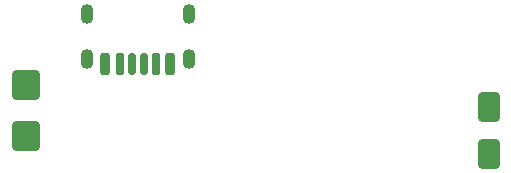
<source format=gbr>
%TF.GenerationSoftware,KiCad,Pcbnew,7.0.8*%
%TF.CreationDate,2025-01-10T13:03:09+01:00*%
%TF.ProjectId,LIR2032-charger,4c495232-3033-4322-9d63-686172676572,rev?*%
%TF.SameCoordinates,Original*%
%TF.FileFunction,Paste,Bot*%
%TF.FilePolarity,Positive*%
%FSLAX46Y46*%
G04 Gerber Fmt 4.6, Leading zero omitted, Abs format (unit mm)*
G04 Created by KiCad (PCBNEW 7.0.8) date 2025-01-10 13:03:09*
%MOMM*%
%LPD*%
G01*
G04 APERTURE LIST*
G04 Aperture macros list*
%AMRoundRect*
0 Rectangle with rounded corners*
0 $1 Rounding radius*
0 $2 $3 $4 $5 $6 $7 $8 $9 X,Y pos of 4 corners*
0 Add a 4 corners polygon primitive as box body*
4,1,4,$2,$3,$4,$5,$6,$7,$8,$9,$2,$3,0*
0 Add four circle primitives for the rounded corners*
1,1,$1+$1,$2,$3*
1,1,$1+$1,$4,$5*
1,1,$1+$1,$6,$7*
1,1,$1+$1,$8,$9*
0 Add four rect primitives between the rounded corners*
20,1,$1+$1,$2,$3,$4,$5,0*
20,1,$1+$1,$4,$5,$6,$7,0*
20,1,$1+$1,$6,$7,$8,$9,0*
20,1,$1+$1,$8,$9,$2,$3,0*%
G04 Aperture macros list end*
%ADD10RoundRect,0.250000X0.900000X-1.000000X0.900000X1.000000X-0.900000X1.000000X-0.900000X-1.000000X0*%
%ADD11RoundRect,0.175000X-0.175000X-0.750000X0.175000X-0.750000X0.175000X0.750000X-0.175000X0.750000X0*%
%ADD12RoundRect,0.190000X0.190000X0.735000X-0.190000X0.735000X-0.190000X-0.735000X0.190000X-0.735000X0*%
%ADD13RoundRect,0.200000X0.200000X0.725000X-0.200000X0.725000X-0.200000X-0.725000X0.200000X-0.725000X0*%
%ADD14RoundRect,0.175000X0.175000X0.750000X-0.175000X0.750000X-0.175000X-0.750000X0.175000X-0.750000X0*%
%ADD15RoundRect,0.190000X-0.190000X-0.735000X0.190000X-0.735000X0.190000X0.735000X-0.190000X0.735000X0*%
%ADD16RoundRect,0.200000X-0.200000X-0.725000X0.200000X-0.725000X0.200000X0.725000X-0.200000X0.725000X0*%
%ADD17O,1.100000X1.700000*%
%ADD18RoundRect,0.250000X0.650000X-1.000000X0.650000X1.000000X-0.650000X1.000000X-0.650000X-1.000000X0*%
G04 APERTURE END LIST*
D10*
%TO.C,D4*%
X119100000Y-60850000D03*
X119100000Y-56550000D03*
%TD*%
D11*
%TO.C,J4*%
X128100000Y-54752500D03*
D12*
X130120000Y-54752500D03*
D13*
X131350000Y-54752500D03*
D14*
X129100000Y-54752500D03*
D15*
X127080000Y-54752500D03*
D16*
X125850000Y-54752500D03*
D17*
X124280000Y-50547500D03*
X124280000Y-54347500D03*
X132920000Y-50547500D03*
X132920000Y-54347500D03*
%TD*%
D18*
%TO.C,D1*%
X158300000Y-62400000D03*
X158300000Y-58400000D03*
%TD*%
M02*

</source>
